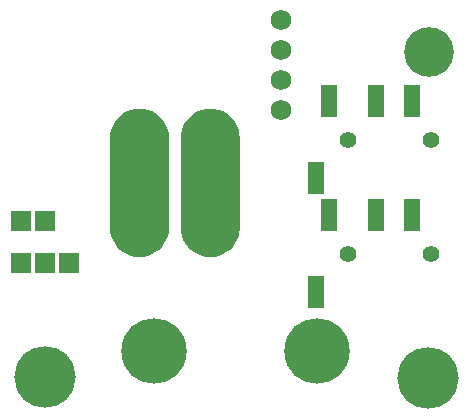
<source format=gbr>
G04 EAGLE Gerber RS-274X export*
G75*
%MOMM*%
%FSLAX34Y34*%
%LPD*%
%INSoldermask Bottom*%
%IPPOS*%
%AMOC8*
5,1,8,0,0,1.08239X$1,22.5*%
G01*
%ADD10C,5.203200*%
%ADD11C,4.203200*%
%ADD12C,5.537200*%
%ADD13C,1.727200*%
%ADD14R,1.703200X1.703200*%
%ADD15R,1.403200X2.703200*%
%ADD16C,1.403200*%

G36*
X286058Y165050D02*
X286058Y165050D01*
X286059Y165050D01*
X289544Y165808D01*
X289545Y165808D01*
X292887Y167055D01*
X292888Y167055D01*
X296018Y168764D01*
X296019Y168765D01*
X298875Y170902D01*
X298875Y170903D01*
X301397Y173425D01*
X301398Y173425D01*
X303535Y176281D01*
X303535Y176282D01*
X303536Y176282D01*
X305245Y179412D01*
X305245Y179413D01*
X306492Y182755D01*
X306492Y182756D01*
X307250Y186241D01*
X307250Y186242D01*
X307251Y186242D01*
X307253Y186274D01*
X307254Y186289D01*
X307256Y186314D01*
X307257Y186329D01*
X307260Y186369D01*
X307262Y186408D01*
X307265Y186448D01*
X307268Y186488D01*
X307271Y186528D01*
X307272Y186543D01*
X307275Y186582D01*
X307278Y186622D01*
X307281Y186662D01*
X307283Y186702D01*
X307286Y186741D01*
X307287Y186756D01*
X307290Y186796D01*
X307293Y186836D01*
X307296Y186875D01*
X307296Y186876D01*
X307299Y186915D01*
X307302Y186955D01*
X307303Y186970D01*
X307305Y187010D01*
X307308Y187049D01*
X307311Y187089D01*
X307314Y187129D01*
X307317Y187169D01*
X307318Y187184D01*
X307321Y187223D01*
X307324Y187263D01*
X307326Y187303D01*
X307329Y187343D01*
X307332Y187382D01*
X307333Y187397D01*
X307336Y187437D01*
X307339Y187477D01*
X307342Y187516D01*
X307342Y187517D01*
X307345Y187556D01*
X307347Y187596D01*
X307348Y187611D01*
X307351Y187651D01*
X307354Y187690D01*
X307357Y187730D01*
X307360Y187770D01*
X307363Y187810D01*
X307364Y187825D01*
X307367Y187864D01*
X307369Y187904D01*
X307372Y187944D01*
X307375Y187984D01*
X307378Y188023D01*
X307379Y188038D01*
X307382Y188078D01*
X307385Y188118D01*
X307388Y188157D01*
X307390Y188197D01*
X307393Y188237D01*
X307394Y188252D01*
X307397Y188292D01*
X307400Y188331D01*
X307403Y188371D01*
X307406Y188411D01*
X307408Y188451D01*
X307409Y188451D01*
X307408Y188451D01*
X307410Y188466D01*
X307412Y188505D01*
X307415Y188545D01*
X307418Y188585D01*
X307421Y188624D01*
X307421Y188625D01*
X307424Y188664D01*
X307425Y188679D01*
X307428Y188719D01*
X307431Y188759D01*
X307433Y188798D01*
X307436Y188838D01*
X307439Y188878D01*
X307440Y188893D01*
X307443Y188933D01*
X307446Y188972D01*
X307449Y189012D01*
X307451Y189052D01*
X307452Y189052D01*
X307451Y189052D01*
X307454Y189092D01*
X307455Y189106D01*
X307455Y189107D01*
X307458Y189146D01*
X307461Y189186D01*
X307464Y189226D01*
X307467Y189265D01*
X307467Y189266D01*
X307470Y189305D01*
X307471Y189320D01*
X307474Y189360D01*
X307476Y189400D01*
X307479Y189439D01*
X307482Y189479D01*
X307485Y189519D01*
X307486Y189534D01*
X307489Y189574D01*
X307492Y189613D01*
X307494Y189653D01*
X307495Y189653D01*
X307494Y189653D01*
X307497Y189693D01*
X307500Y189733D01*
X307501Y189747D01*
X307504Y189787D01*
X307505Y189800D01*
X307505Y265200D01*
X307251Y268758D01*
X307250Y268759D01*
X306492Y272244D01*
X306492Y272245D01*
X305245Y275587D01*
X305245Y275588D01*
X303536Y278718D01*
X303535Y278719D01*
X301398Y281575D01*
X301397Y281575D01*
X298875Y284097D01*
X298875Y284098D01*
X296019Y286235D01*
X296018Y286236D01*
X292888Y287945D01*
X292887Y287945D01*
X289545Y289192D01*
X289544Y289192D01*
X286059Y289950D01*
X286058Y289950D01*
X286058Y289951D01*
X286025Y289953D01*
X285956Y289958D01*
X285886Y289963D01*
X285817Y289968D01*
X285747Y289973D01*
X285678Y289978D01*
X285608Y289983D01*
X285539Y289988D01*
X285469Y289993D01*
X285400Y289998D01*
X285330Y290003D01*
X285261Y290008D01*
X285191Y290013D01*
X285122Y290017D01*
X285053Y290022D01*
X285052Y290022D01*
X284983Y290027D01*
X284914Y290032D01*
X284913Y290032D01*
X284844Y290037D01*
X284775Y290042D01*
X284705Y290047D01*
X284636Y290052D01*
X284566Y290057D01*
X284497Y290062D01*
X284427Y290067D01*
X284358Y290072D01*
X284288Y290077D01*
X284219Y290082D01*
X284149Y290087D01*
X284080Y290092D01*
X284010Y290097D01*
X283941Y290102D01*
X283872Y290107D01*
X283871Y290107D01*
X283802Y290112D01*
X283733Y290117D01*
X283732Y290117D01*
X283663Y290122D01*
X283594Y290127D01*
X283524Y290132D01*
X283455Y290137D01*
X283385Y290142D01*
X283316Y290147D01*
X283246Y290152D01*
X283177Y290157D01*
X283107Y290162D01*
X283038Y290167D01*
X282968Y290172D01*
X282899Y290176D01*
X282829Y290181D01*
X282760Y290186D01*
X282690Y290191D01*
X282621Y290196D01*
X282552Y290201D01*
X282551Y290201D01*
X282500Y290205D01*
X282449Y290201D01*
X282448Y290201D01*
X282379Y290196D01*
X282310Y290191D01*
X282240Y290186D01*
X282171Y290181D01*
X282101Y290176D01*
X282032Y290172D01*
X281962Y290167D01*
X281893Y290162D01*
X281823Y290157D01*
X281754Y290152D01*
X281684Y290147D01*
X281615Y290142D01*
X281545Y290137D01*
X281476Y290132D01*
X281406Y290127D01*
X281337Y290122D01*
X281268Y290117D01*
X281267Y290117D01*
X281198Y290112D01*
X281129Y290107D01*
X281128Y290107D01*
X281059Y290102D01*
X280990Y290097D01*
X280920Y290092D01*
X280851Y290087D01*
X280781Y290082D01*
X280712Y290077D01*
X280642Y290072D01*
X280573Y290067D01*
X280503Y290062D01*
X280434Y290057D01*
X280364Y290052D01*
X280295Y290047D01*
X280225Y290042D01*
X280156Y290037D01*
X280087Y290032D01*
X280086Y290032D01*
X280017Y290027D01*
X279948Y290022D01*
X279947Y290022D01*
X279878Y290017D01*
X279809Y290013D01*
X279739Y290008D01*
X279670Y290003D01*
X279600Y289998D01*
X279531Y289993D01*
X279461Y289988D01*
X279392Y289983D01*
X279322Y289978D01*
X279253Y289973D01*
X279183Y289968D01*
X279114Y289963D01*
X279044Y289958D01*
X278975Y289953D01*
X278942Y289951D01*
X278941Y289950D01*
X275456Y289192D01*
X275455Y289192D01*
X272113Y287945D01*
X272112Y287945D01*
X268982Y286236D01*
X268981Y286235D01*
X266125Y284098D01*
X266125Y284097D01*
X263603Y281575D01*
X263602Y281575D01*
X261465Y278719D01*
X261464Y278718D01*
X259755Y275588D01*
X259755Y275587D01*
X258508Y272245D01*
X258508Y272244D01*
X257750Y268759D01*
X257750Y268758D01*
X257748Y268742D01*
X257746Y268702D01*
X257745Y268702D01*
X257746Y268702D01*
X257744Y268687D01*
X257743Y268662D01*
X257742Y268647D01*
X257739Y268608D01*
X257736Y268568D01*
X257733Y268528D01*
X257730Y268489D01*
X257730Y268488D01*
X257727Y268449D01*
X257726Y268434D01*
X257723Y268394D01*
X257721Y268354D01*
X257718Y268315D01*
X257715Y268275D01*
X257712Y268235D01*
X257711Y268220D01*
X257708Y268180D01*
X257705Y268141D01*
X257703Y268101D01*
X257702Y268101D01*
X257703Y268101D01*
X257700Y268061D01*
X257697Y268021D01*
X257696Y268007D01*
X257696Y268006D01*
X257693Y267967D01*
X257690Y267927D01*
X257687Y267887D01*
X257684Y267848D01*
X257684Y267847D01*
X257682Y267808D01*
X257680Y267793D01*
X257678Y267753D01*
X257675Y267713D01*
X257672Y267674D01*
X257669Y267634D01*
X257666Y267594D01*
X257665Y267579D01*
X257662Y267539D01*
X257660Y267500D01*
X257659Y267500D01*
X257660Y267500D01*
X257657Y267460D01*
X257654Y267420D01*
X257651Y267380D01*
X257650Y267366D01*
X257647Y267326D01*
X257644Y267286D01*
X257641Y267246D01*
X257639Y267207D01*
X257636Y267167D01*
X257635Y267152D01*
X257632Y267112D01*
X257629Y267072D01*
X257626Y267033D01*
X257623Y266993D01*
X257620Y266953D01*
X257619Y266938D01*
X257617Y266899D01*
X257616Y266898D01*
X257617Y266898D01*
X257614Y266859D01*
X257611Y266819D01*
X257608Y266779D01*
X257605Y266740D01*
X257605Y266739D01*
X257604Y266725D01*
X257601Y266685D01*
X257598Y266645D01*
X257596Y266605D01*
X257593Y266566D01*
X257590Y266526D01*
X257589Y266511D01*
X257586Y266471D01*
X257583Y266431D01*
X257580Y266392D01*
X257577Y266352D01*
X257575Y266312D01*
X257574Y266297D01*
X257573Y266297D01*
X257571Y266258D01*
X257571Y266257D01*
X257568Y266218D01*
X257565Y266178D01*
X257562Y266138D01*
X257559Y266099D01*
X257559Y266098D01*
X257558Y266084D01*
X257555Y266044D01*
X257553Y266004D01*
X257550Y265964D01*
X257547Y265925D01*
X257544Y265885D01*
X257543Y265870D01*
X257540Y265830D01*
X257537Y265790D01*
X257534Y265751D01*
X257532Y265711D01*
X257529Y265671D01*
X257528Y265656D01*
X257525Y265617D01*
X257522Y265577D01*
X257519Y265537D01*
X257516Y265497D01*
X257513Y265458D01*
X257512Y265443D01*
X257510Y265403D01*
X257507Y265363D01*
X257504Y265323D01*
X257501Y265284D01*
X257498Y265244D01*
X257497Y265229D01*
X257495Y265200D01*
X257495Y189800D01*
X257750Y186242D01*
X257750Y186241D01*
X258508Y182756D01*
X258508Y182755D01*
X259755Y179413D01*
X259755Y179412D01*
X261464Y176282D01*
X261465Y176281D01*
X263602Y173425D01*
X263603Y173425D01*
X266125Y170903D01*
X266125Y170902D01*
X268981Y168765D01*
X268982Y168765D01*
X268982Y168764D01*
X272112Y167055D01*
X272113Y167055D01*
X275455Y165808D01*
X275456Y165808D01*
X278941Y165050D01*
X278942Y165050D01*
X282500Y164795D01*
X286058Y165050D01*
G37*
G36*
X346058Y165050D02*
X346058Y165050D01*
X346059Y165050D01*
X349544Y165808D01*
X349545Y165808D01*
X352887Y167055D01*
X352888Y167055D01*
X356018Y168764D01*
X356019Y168765D01*
X358875Y170902D01*
X358875Y170903D01*
X361397Y173425D01*
X361398Y173425D01*
X363535Y176281D01*
X363535Y176282D01*
X363536Y176282D01*
X365245Y179412D01*
X365245Y179413D01*
X366492Y182755D01*
X366492Y182756D01*
X367250Y186241D01*
X367250Y186242D01*
X367251Y186242D01*
X367253Y186274D01*
X367254Y186289D01*
X367256Y186314D01*
X367257Y186329D01*
X367260Y186369D01*
X367262Y186408D01*
X367265Y186448D01*
X367268Y186488D01*
X367271Y186528D01*
X367272Y186543D01*
X367275Y186582D01*
X367278Y186622D01*
X367281Y186662D01*
X367283Y186702D01*
X367286Y186741D01*
X367287Y186756D01*
X367290Y186796D01*
X367293Y186836D01*
X367296Y186875D01*
X367296Y186876D01*
X367299Y186915D01*
X367302Y186955D01*
X367303Y186970D01*
X367305Y187010D01*
X367308Y187049D01*
X367311Y187089D01*
X367314Y187129D01*
X367317Y187169D01*
X367318Y187184D01*
X367321Y187223D01*
X367324Y187263D01*
X367326Y187303D01*
X367329Y187343D01*
X367332Y187382D01*
X367333Y187397D01*
X367336Y187437D01*
X367339Y187477D01*
X367342Y187516D01*
X367342Y187517D01*
X367345Y187556D01*
X367347Y187596D01*
X367348Y187611D01*
X367351Y187651D01*
X367354Y187690D01*
X367357Y187730D01*
X367360Y187770D01*
X367363Y187810D01*
X367364Y187825D01*
X367367Y187864D01*
X367369Y187904D01*
X367372Y187944D01*
X367375Y187984D01*
X367378Y188023D01*
X367379Y188038D01*
X367382Y188078D01*
X367385Y188118D01*
X367388Y188157D01*
X367390Y188197D01*
X367393Y188237D01*
X367394Y188252D01*
X367397Y188292D01*
X367400Y188331D01*
X367403Y188371D01*
X367406Y188411D01*
X367408Y188451D01*
X367409Y188451D01*
X367408Y188451D01*
X367410Y188466D01*
X367412Y188505D01*
X367415Y188545D01*
X367418Y188585D01*
X367421Y188624D01*
X367421Y188625D01*
X367424Y188664D01*
X367425Y188679D01*
X367428Y188719D01*
X367431Y188759D01*
X367433Y188798D01*
X367436Y188838D01*
X367439Y188878D01*
X367440Y188893D01*
X367443Y188933D01*
X367446Y188972D01*
X367449Y189012D01*
X367451Y189052D01*
X367452Y189052D01*
X367451Y189052D01*
X367454Y189092D01*
X367455Y189106D01*
X367455Y189107D01*
X367458Y189146D01*
X367461Y189186D01*
X367464Y189226D01*
X367467Y189265D01*
X367467Y189266D01*
X367470Y189305D01*
X367471Y189320D01*
X367474Y189360D01*
X367476Y189400D01*
X367479Y189439D01*
X367482Y189479D01*
X367485Y189519D01*
X367486Y189534D01*
X367489Y189574D01*
X367492Y189613D01*
X367494Y189653D01*
X367495Y189653D01*
X367494Y189653D01*
X367497Y189693D01*
X367500Y189733D01*
X367501Y189747D01*
X367504Y189787D01*
X367505Y189800D01*
X367505Y265200D01*
X367251Y268758D01*
X367250Y268759D01*
X366492Y272244D01*
X366492Y272245D01*
X365245Y275587D01*
X365245Y275588D01*
X363536Y278718D01*
X363535Y278719D01*
X361398Y281575D01*
X361397Y281575D01*
X358875Y284097D01*
X358875Y284098D01*
X356019Y286235D01*
X356018Y286236D01*
X352888Y287945D01*
X352887Y287945D01*
X349545Y289192D01*
X349544Y289192D01*
X346059Y289950D01*
X346058Y289950D01*
X346058Y289951D01*
X346025Y289953D01*
X345956Y289958D01*
X345886Y289963D01*
X345817Y289968D01*
X345747Y289973D01*
X345678Y289978D01*
X345608Y289983D01*
X345539Y289988D01*
X345469Y289993D01*
X345400Y289998D01*
X345330Y290003D01*
X345261Y290008D01*
X345191Y290013D01*
X345122Y290017D01*
X345053Y290022D01*
X345052Y290022D01*
X344983Y290027D01*
X344914Y290032D01*
X344913Y290032D01*
X344844Y290037D01*
X344775Y290042D01*
X344705Y290047D01*
X344636Y290052D01*
X344566Y290057D01*
X344497Y290062D01*
X344427Y290067D01*
X344358Y290072D01*
X344288Y290077D01*
X344219Y290082D01*
X344149Y290087D01*
X344080Y290092D01*
X344010Y290097D01*
X343941Y290102D01*
X343872Y290107D01*
X343871Y290107D01*
X343802Y290112D01*
X343733Y290117D01*
X343732Y290117D01*
X343663Y290122D01*
X343594Y290127D01*
X343524Y290132D01*
X343455Y290137D01*
X343385Y290142D01*
X343316Y290147D01*
X343246Y290152D01*
X343177Y290157D01*
X343107Y290162D01*
X343038Y290167D01*
X342968Y290172D01*
X342899Y290176D01*
X342829Y290181D01*
X342760Y290186D01*
X342690Y290191D01*
X342621Y290196D01*
X342552Y290201D01*
X342551Y290201D01*
X342500Y290205D01*
X342449Y290201D01*
X342448Y290201D01*
X342379Y290196D01*
X342310Y290191D01*
X342240Y290186D01*
X342171Y290181D01*
X342101Y290176D01*
X342032Y290172D01*
X341962Y290167D01*
X341893Y290162D01*
X341823Y290157D01*
X341754Y290152D01*
X341684Y290147D01*
X341615Y290142D01*
X341545Y290137D01*
X341476Y290132D01*
X341406Y290127D01*
X341337Y290122D01*
X341268Y290117D01*
X341267Y290117D01*
X341198Y290112D01*
X341129Y290107D01*
X341128Y290107D01*
X341059Y290102D01*
X340990Y290097D01*
X340920Y290092D01*
X340851Y290087D01*
X340781Y290082D01*
X340712Y290077D01*
X340642Y290072D01*
X340573Y290067D01*
X340503Y290062D01*
X340434Y290057D01*
X340364Y290052D01*
X340295Y290047D01*
X340225Y290042D01*
X340156Y290037D01*
X340087Y290032D01*
X340086Y290032D01*
X340017Y290027D01*
X339948Y290022D01*
X339947Y290022D01*
X339878Y290017D01*
X339809Y290013D01*
X339739Y290008D01*
X339670Y290003D01*
X339600Y289998D01*
X339531Y289993D01*
X339461Y289988D01*
X339392Y289983D01*
X339322Y289978D01*
X339253Y289973D01*
X339183Y289968D01*
X339114Y289963D01*
X339044Y289958D01*
X338975Y289953D01*
X338942Y289951D01*
X338941Y289950D01*
X335456Y289192D01*
X335455Y289192D01*
X332113Y287945D01*
X332112Y287945D01*
X328982Y286236D01*
X328981Y286235D01*
X326125Y284098D01*
X326125Y284097D01*
X323603Y281575D01*
X323602Y281575D01*
X321465Y278719D01*
X321464Y278718D01*
X319755Y275588D01*
X319755Y275587D01*
X318508Y272245D01*
X318508Y272244D01*
X317750Y268759D01*
X317750Y268758D01*
X317748Y268742D01*
X317746Y268702D01*
X317745Y268702D01*
X317746Y268702D01*
X317744Y268687D01*
X317743Y268662D01*
X317742Y268647D01*
X317739Y268608D01*
X317736Y268568D01*
X317733Y268528D01*
X317730Y268489D01*
X317730Y268488D01*
X317727Y268449D01*
X317726Y268434D01*
X317723Y268394D01*
X317721Y268354D01*
X317718Y268315D01*
X317715Y268275D01*
X317712Y268235D01*
X317711Y268220D01*
X317708Y268180D01*
X317705Y268141D01*
X317703Y268101D01*
X317702Y268101D01*
X317703Y268101D01*
X317700Y268061D01*
X317697Y268021D01*
X317696Y268007D01*
X317696Y268006D01*
X317693Y267967D01*
X317690Y267927D01*
X317687Y267887D01*
X317684Y267848D01*
X317684Y267847D01*
X317682Y267808D01*
X317680Y267793D01*
X317678Y267753D01*
X317675Y267713D01*
X317672Y267674D01*
X317669Y267634D01*
X317666Y267594D01*
X317665Y267579D01*
X317662Y267539D01*
X317660Y267500D01*
X317659Y267500D01*
X317660Y267500D01*
X317657Y267460D01*
X317654Y267420D01*
X317651Y267380D01*
X317650Y267366D01*
X317647Y267326D01*
X317644Y267286D01*
X317641Y267246D01*
X317639Y267207D01*
X317636Y267167D01*
X317635Y267152D01*
X317632Y267112D01*
X317629Y267072D01*
X317626Y267033D01*
X317623Y266993D01*
X317620Y266953D01*
X317619Y266938D01*
X317617Y266899D01*
X317616Y266898D01*
X317617Y266898D01*
X317614Y266859D01*
X317611Y266819D01*
X317608Y266779D01*
X317605Y266740D01*
X317605Y266739D01*
X317604Y266725D01*
X317601Y266685D01*
X317598Y266645D01*
X317596Y266605D01*
X317593Y266566D01*
X317590Y266526D01*
X317589Y266511D01*
X317586Y266471D01*
X317583Y266431D01*
X317580Y266392D01*
X317577Y266352D01*
X317575Y266312D01*
X317574Y266297D01*
X317573Y266297D01*
X317571Y266258D01*
X317571Y266257D01*
X317568Y266218D01*
X317565Y266178D01*
X317562Y266138D01*
X317559Y266099D01*
X317559Y266098D01*
X317558Y266084D01*
X317555Y266044D01*
X317553Y266004D01*
X317550Y265964D01*
X317547Y265925D01*
X317544Y265885D01*
X317543Y265870D01*
X317540Y265830D01*
X317537Y265790D01*
X317534Y265751D01*
X317532Y265711D01*
X317529Y265671D01*
X317528Y265656D01*
X317525Y265617D01*
X317522Y265577D01*
X317519Y265537D01*
X317516Y265497D01*
X317513Y265458D01*
X317512Y265443D01*
X317510Y265403D01*
X317507Y265363D01*
X317504Y265323D01*
X317501Y265284D01*
X317498Y265244D01*
X317497Y265229D01*
X317495Y265200D01*
X317495Y189800D01*
X317750Y186242D01*
X317750Y186241D01*
X318508Y182756D01*
X318508Y182755D01*
X319755Y179413D01*
X319755Y179412D01*
X321464Y176282D01*
X321465Y176281D01*
X323602Y173425D01*
X323603Y173425D01*
X326125Y170903D01*
X326125Y170902D01*
X328981Y168765D01*
X328982Y168765D01*
X328982Y168764D01*
X332112Y167055D01*
X332113Y167055D01*
X335455Y165808D01*
X335456Y165808D01*
X338941Y165050D01*
X338942Y165050D01*
X342500Y164795D01*
X346058Y165050D01*
G37*
D10*
X203000Y63000D03*
X527000Y62000D03*
D11*
X528000Y338000D03*
D12*
X295000Y85000D03*
X432500Y85000D03*
D13*
X402500Y289400D03*
X402500Y314800D03*
X402500Y340200D03*
X402500Y365600D03*
D14*
X202500Y195000D03*
X182500Y195000D03*
D15*
X443000Y296449D03*
X432000Y231449D03*
X483000Y296449D03*
X513000Y296449D03*
D16*
X529000Y263949D03*
X459000Y263949D03*
D15*
X443000Y200000D03*
X432000Y135000D03*
X483000Y200000D03*
X513000Y200000D03*
D16*
X529000Y167500D03*
X459000Y167500D03*
D14*
X202500Y159500D03*
X222500Y159500D03*
X182500Y159500D03*
M02*

</source>
